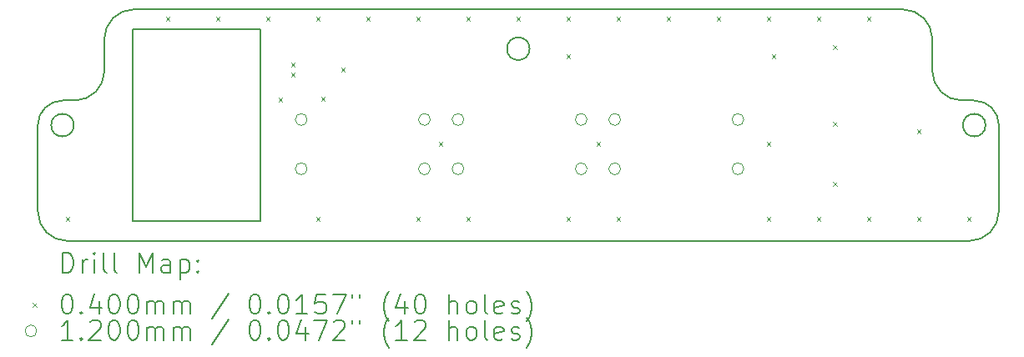
<source format=gbr>
%TF.GenerationSoftware,KiCad,Pcbnew,7.0.9*%
%TF.CreationDate,2024-01-11T16:53:43+09:00*%
%TF.ProjectId,IO_Board,494f5f42-6f61-4726-942e-6b696361645f,rev?*%
%TF.SameCoordinates,Original*%
%TF.FileFunction,Drillmap*%
%TF.FilePolarity,Positive*%
%FSLAX45Y45*%
G04 Gerber Fmt 4.5, Leading zero omitted, Abs format (unit mm)*
G04 Created by KiCad (PCBNEW 7.0.9) date 2024-01-11 16:53:43*
%MOMM*%
%LPD*%
G01*
G04 APERTURE LIST*
%ADD10C,0.200000*%
%ADD11C,0.100000*%
%ADD12C,0.120000*%
G04 APERTURE END LIST*
D10*
X19440000Y-8151000D02*
G75*
G03*
X19740000Y-8451000I300000J0D01*
G01*
X19865000Y-8451000D02*
X19740000Y-8451000D01*
X10365000Y-9576500D02*
G75*
G03*
X10665000Y-9876500I300000J0D01*
G01*
X12623800Y-7724500D02*
X11323800Y-7724500D01*
X10740000Y-8451000D02*
X10615000Y-8451000D01*
X19980000Y-8701000D02*
G75*
G03*
X19980000Y-8701000I-115000J0D01*
G01*
X11323800Y-7724500D02*
X11323800Y-9674500D01*
X20115000Y-9576500D02*
X20115000Y-8701000D01*
X15355000Y-7925500D02*
G75*
G03*
X15355000Y-7925500I-115000J0D01*
G01*
X10740000Y-8451000D02*
G75*
G03*
X11040000Y-8151000I0J300000D01*
G01*
X10365000Y-8701000D02*
X10365000Y-9576500D01*
X12623800Y-9674500D02*
X12623800Y-7724500D01*
X19815000Y-9876500D02*
G75*
G03*
X20115000Y-9576500I0J300000D01*
G01*
X11323800Y-9674500D02*
X12623800Y-9674500D01*
X10665000Y-9876500D02*
X19815000Y-9876500D01*
X19140000Y-7525500D02*
X11340000Y-7525500D01*
X20115000Y-8701000D02*
G75*
G03*
X19865000Y-8451000I-250000J0D01*
G01*
X19440000Y-8151000D02*
X19440000Y-7825500D01*
X10730000Y-8701000D02*
G75*
G03*
X10730000Y-8701000I-115000J0D01*
G01*
X10615000Y-8451000D02*
G75*
G03*
X10365000Y-8701000I0J-250000D01*
G01*
X11340000Y-7525500D02*
G75*
G03*
X11040000Y-7825500I0J-300000D01*
G01*
X19440000Y-7825500D02*
G75*
G03*
X19140000Y-7525500I-300000J0D01*
G01*
X11040000Y-7825500D02*
X11040000Y-8151000D01*
D11*
X10648000Y-9632000D02*
X10688000Y-9672000D01*
X10688000Y-9632000D02*
X10648000Y-9672000D01*
X11664000Y-7600000D02*
X11704000Y-7640000D01*
X11704000Y-7600000D02*
X11664000Y-7640000D01*
X12172000Y-7600000D02*
X12212000Y-7640000D01*
X12212000Y-7600000D02*
X12172000Y-7640000D01*
X12680000Y-7600000D02*
X12720000Y-7640000D01*
X12720000Y-7600000D02*
X12680000Y-7640000D01*
X12807000Y-8425500D02*
X12847000Y-8465500D01*
X12847000Y-8425500D02*
X12807000Y-8465500D01*
X12934000Y-8069900D02*
X12974000Y-8109900D01*
X12974000Y-8069900D02*
X12934000Y-8109900D01*
X12934000Y-8171500D02*
X12974000Y-8211500D01*
X12974000Y-8171500D02*
X12934000Y-8211500D01*
X13188000Y-7600000D02*
X13228000Y-7640000D01*
X13228000Y-7600000D02*
X13188000Y-7640000D01*
X13188000Y-9632000D02*
X13228000Y-9672000D01*
X13228000Y-9632000D02*
X13188000Y-9672000D01*
X13238800Y-8412800D02*
X13278800Y-8452800D01*
X13278800Y-8412800D02*
X13238800Y-8452800D01*
X13442000Y-8120700D02*
X13482000Y-8160700D01*
X13482000Y-8120700D02*
X13442000Y-8160700D01*
X13696000Y-7600000D02*
X13736000Y-7640000D01*
X13736000Y-7600000D02*
X13696000Y-7640000D01*
X14204000Y-7600000D02*
X14244000Y-7640000D01*
X14244000Y-7600000D02*
X14204000Y-7640000D01*
X14204000Y-9632000D02*
X14244000Y-9672000D01*
X14244000Y-9632000D02*
X14204000Y-9672000D01*
X14432600Y-8870000D02*
X14472600Y-8910000D01*
X14472600Y-8870000D02*
X14432600Y-8910000D01*
X14712000Y-7600000D02*
X14752000Y-7640000D01*
X14752000Y-7600000D02*
X14712000Y-7640000D01*
X14712000Y-9632000D02*
X14752000Y-9672000D01*
X14752000Y-9632000D02*
X14712000Y-9672000D01*
X15220000Y-7600000D02*
X15260000Y-7640000D01*
X15260000Y-7600000D02*
X15220000Y-7640000D01*
X15728000Y-7600000D02*
X15768000Y-7640000D01*
X15768000Y-7600000D02*
X15728000Y-7640000D01*
X15728000Y-7981000D02*
X15768000Y-8021000D01*
X15768000Y-7981000D02*
X15728000Y-8021000D01*
X15728000Y-9632000D02*
X15768000Y-9672000D01*
X15768000Y-9632000D02*
X15728000Y-9672000D01*
X16032800Y-8870000D02*
X16072800Y-8910000D01*
X16072800Y-8870000D02*
X16032800Y-8910000D01*
X16236000Y-7600000D02*
X16276000Y-7640000D01*
X16276000Y-7600000D02*
X16236000Y-7640000D01*
X16236000Y-9632000D02*
X16276000Y-9672000D01*
X16276000Y-9632000D02*
X16236000Y-9672000D01*
X16744000Y-7600000D02*
X16784000Y-7640000D01*
X16784000Y-7600000D02*
X16744000Y-7640000D01*
X17252000Y-7600000D02*
X17292000Y-7640000D01*
X17292000Y-7600000D02*
X17252000Y-7640000D01*
X17760000Y-7600000D02*
X17800000Y-7640000D01*
X17800000Y-7600000D02*
X17760000Y-7640000D01*
X17760000Y-8870000D02*
X17800000Y-8910000D01*
X17800000Y-8870000D02*
X17760000Y-8910000D01*
X17760000Y-9632000D02*
X17800000Y-9672000D01*
X17800000Y-9632000D02*
X17760000Y-9672000D01*
X17810800Y-7981000D02*
X17850800Y-8021000D01*
X17850800Y-7981000D02*
X17810800Y-8021000D01*
X18268000Y-7600000D02*
X18308000Y-7640000D01*
X18308000Y-7600000D02*
X18268000Y-7640000D01*
X18268000Y-9632000D02*
X18308000Y-9672000D01*
X18308000Y-9632000D02*
X18268000Y-9672000D01*
X18433100Y-7892100D02*
X18473100Y-7932100D01*
X18473100Y-7892100D02*
X18433100Y-7932100D01*
X18433100Y-8666800D02*
X18473100Y-8706800D01*
X18473100Y-8666800D02*
X18433100Y-8706800D01*
X18433100Y-9276400D02*
X18473100Y-9316400D01*
X18473100Y-9276400D02*
X18433100Y-9316400D01*
X18776000Y-7600000D02*
X18816000Y-7640000D01*
X18816000Y-7600000D02*
X18776000Y-7640000D01*
X18776000Y-9632000D02*
X18816000Y-9672000D01*
X18816000Y-9632000D02*
X18776000Y-9672000D01*
X19284000Y-8743000D02*
X19324000Y-8783000D01*
X19324000Y-8743000D02*
X19284000Y-8783000D01*
X19284000Y-9632000D02*
X19324000Y-9672000D01*
X19324000Y-9632000D02*
X19284000Y-9672000D01*
X19792000Y-9632000D02*
X19832000Y-9672000D01*
X19832000Y-9632000D02*
X19792000Y-9672000D01*
D12*
X13097500Y-8644000D02*
G75*
G03*
X13097500Y-8644000I-60000J0D01*
G01*
X13097500Y-9144000D02*
G75*
G03*
X13097500Y-9144000I-60000J0D01*
G01*
X14347500Y-8644000D02*
G75*
G03*
X14347500Y-8644000I-60000J0D01*
G01*
X14347500Y-9144000D02*
G75*
G03*
X14347500Y-9144000I-60000J0D01*
G01*
X14687700Y-8644000D02*
G75*
G03*
X14687700Y-8644000I-60000J0D01*
G01*
X14687700Y-9144000D02*
G75*
G03*
X14687700Y-9144000I-60000J0D01*
G01*
X15937700Y-8644000D02*
G75*
G03*
X15937700Y-8644000I-60000J0D01*
G01*
X15937700Y-9144000D02*
G75*
G03*
X15937700Y-9144000I-60000J0D01*
G01*
X16277900Y-8644000D02*
G75*
G03*
X16277900Y-8644000I-60000J0D01*
G01*
X16277900Y-9144000D02*
G75*
G03*
X16277900Y-9144000I-60000J0D01*
G01*
X17527900Y-8644000D02*
G75*
G03*
X17527900Y-8644000I-60000J0D01*
G01*
X17527900Y-9144000D02*
G75*
G03*
X17527900Y-9144000I-60000J0D01*
G01*
D10*
X10615777Y-10197984D02*
X10615777Y-9997984D01*
X10615777Y-9997984D02*
X10663396Y-9997984D01*
X10663396Y-9997984D02*
X10691967Y-10007508D01*
X10691967Y-10007508D02*
X10711015Y-10026555D01*
X10711015Y-10026555D02*
X10720539Y-10045603D01*
X10720539Y-10045603D02*
X10730063Y-10083698D01*
X10730063Y-10083698D02*
X10730063Y-10112269D01*
X10730063Y-10112269D02*
X10720539Y-10150365D01*
X10720539Y-10150365D02*
X10711015Y-10169412D01*
X10711015Y-10169412D02*
X10691967Y-10188460D01*
X10691967Y-10188460D02*
X10663396Y-10197984D01*
X10663396Y-10197984D02*
X10615777Y-10197984D01*
X10815777Y-10197984D02*
X10815777Y-10064650D01*
X10815777Y-10102746D02*
X10825301Y-10083698D01*
X10825301Y-10083698D02*
X10834824Y-10074174D01*
X10834824Y-10074174D02*
X10853872Y-10064650D01*
X10853872Y-10064650D02*
X10872920Y-10064650D01*
X10939586Y-10197984D02*
X10939586Y-10064650D01*
X10939586Y-9997984D02*
X10930063Y-10007508D01*
X10930063Y-10007508D02*
X10939586Y-10017031D01*
X10939586Y-10017031D02*
X10949110Y-10007508D01*
X10949110Y-10007508D02*
X10939586Y-9997984D01*
X10939586Y-9997984D02*
X10939586Y-10017031D01*
X11063396Y-10197984D02*
X11044348Y-10188460D01*
X11044348Y-10188460D02*
X11034824Y-10169412D01*
X11034824Y-10169412D02*
X11034824Y-9997984D01*
X11168158Y-10197984D02*
X11149110Y-10188460D01*
X11149110Y-10188460D02*
X11139586Y-10169412D01*
X11139586Y-10169412D02*
X11139586Y-9997984D01*
X11396729Y-10197984D02*
X11396729Y-9997984D01*
X11396729Y-9997984D02*
X11463396Y-10140841D01*
X11463396Y-10140841D02*
X11530062Y-9997984D01*
X11530062Y-9997984D02*
X11530062Y-10197984D01*
X11711015Y-10197984D02*
X11711015Y-10093222D01*
X11711015Y-10093222D02*
X11701491Y-10074174D01*
X11701491Y-10074174D02*
X11682443Y-10064650D01*
X11682443Y-10064650D02*
X11644348Y-10064650D01*
X11644348Y-10064650D02*
X11625301Y-10074174D01*
X11711015Y-10188460D02*
X11691967Y-10197984D01*
X11691967Y-10197984D02*
X11644348Y-10197984D01*
X11644348Y-10197984D02*
X11625301Y-10188460D01*
X11625301Y-10188460D02*
X11615777Y-10169412D01*
X11615777Y-10169412D02*
X11615777Y-10150365D01*
X11615777Y-10150365D02*
X11625301Y-10131317D01*
X11625301Y-10131317D02*
X11644348Y-10121793D01*
X11644348Y-10121793D02*
X11691967Y-10121793D01*
X11691967Y-10121793D02*
X11711015Y-10112269D01*
X11806253Y-10064650D02*
X11806253Y-10264650D01*
X11806253Y-10074174D02*
X11825301Y-10064650D01*
X11825301Y-10064650D02*
X11863396Y-10064650D01*
X11863396Y-10064650D02*
X11882443Y-10074174D01*
X11882443Y-10074174D02*
X11891967Y-10083698D01*
X11891967Y-10083698D02*
X11901491Y-10102746D01*
X11901491Y-10102746D02*
X11901491Y-10159888D01*
X11901491Y-10159888D02*
X11891967Y-10178936D01*
X11891967Y-10178936D02*
X11882443Y-10188460D01*
X11882443Y-10188460D02*
X11863396Y-10197984D01*
X11863396Y-10197984D02*
X11825301Y-10197984D01*
X11825301Y-10197984D02*
X11806253Y-10188460D01*
X11987205Y-10178936D02*
X11996729Y-10188460D01*
X11996729Y-10188460D02*
X11987205Y-10197984D01*
X11987205Y-10197984D02*
X11977682Y-10188460D01*
X11977682Y-10188460D02*
X11987205Y-10178936D01*
X11987205Y-10178936D02*
X11987205Y-10197984D01*
X11987205Y-10074174D02*
X11996729Y-10083698D01*
X11996729Y-10083698D02*
X11987205Y-10093222D01*
X11987205Y-10093222D02*
X11977682Y-10083698D01*
X11977682Y-10083698D02*
X11987205Y-10074174D01*
X11987205Y-10074174D02*
X11987205Y-10093222D01*
D11*
X10315000Y-10506500D02*
X10355000Y-10546500D01*
X10355000Y-10506500D02*
X10315000Y-10546500D01*
D10*
X10653872Y-10417984D02*
X10672920Y-10417984D01*
X10672920Y-10417984D02*
X10691967Y-10427508D01*
X10691967Y-10427508D02*
X10701491Y-10437031D01*
X10701491Y-10437031D02*
X10711015Y-10456079D01*
X10711015Y-10456079D02*
X10720539Y-10494174D01*
X10720539Y-10494174D02*
X10720539Y-10541793D01*
X10720539Y-10541793D02*
X10711015Y-10579888D01*
X10711015Y-10579888D02*
X10701491Y-10598936D01*
X10701491Y-10598936D02*
X10691967Y-10608460D01*
X10691967Y-10608460D02*
X10672920Y-10617984D01*
X10672920Y-10617984D02*
X10653872Y-10617984D01*
X10653872Y-10617984D02*
X10634824Y-10608460D01*
X10634824Y-10608460D02*
X10625301Y-10598936D01*
X10625301Y-10598936D02*
X10615777Y-10579888D01*
X10615777Y-10579888D02*
X10606253Y-10541793D01*
X10606253Y-10541793D02*
X10606253Y-10494174D01*
X10606253Y-10494174D02*
X10615777Y-10456079D01*
X10615777Y-10456079D02*
X10625301Y-10437031D01*
X10625301Y-10437031D02*
X10634824Y-10427508D01*
X10634824Y-10427508D02*
X10653872Y-10417984D01*
X10806253Y-10598936D02*
X10815777Y-10608460D01*
X10815777Y-10608460D02*
X10806253Y-10617984D01*
X10806253Y-10617984D02*
X10796729Y-10608460D01*
X10796729Y-10608460D02*
X10806253Y-10598936D01*
X10806253Y-10598936D02*
X10806253Y-10617984D01*
X10987205Y-10484650D02*
X10987205Y-10617984D01*
X10939586Y-10408460D02*
X10891967Y-10551317D01*
X10891967Y-10551317D02*
X11015777Y-10551317D01*
X11130063Y-10417984D02*
X11149110Y-10417984D01*
X11149110Y-10417984D02*
X11168158Y-10427508D01*
X11168158Y-10427508D02*
X11177682Y-10437031D01*
X11177682Y-10437031D02*
X11187205Y-10456079D01*
X11187205Y-10456079D02*
X11196729Y-10494174D01*
X11196729Y-10494174D02*
X11196729Y-10541793D01*
X11196729Y-10541793D02*
X11187205Y-10579888D01*
X11187205Y-10579888D02*
X11177682Y-10598936D01*
X11177682Y-10598936D02*
X11168158Y-10608460D01*
X11168158Y-10608460D02*
X11149110Y-10617984D01*
X11149110Y-10617984D02*
X11130063Y-10617984D01*
X11130063Y-10617984D02*
X11111015Y-10608460D01*
X11111015Y-10608460D02*
X11101491Y-10598936D01*
X11101491Y-10598936D02*
X11091967Y-10579888D01*
X11091967Y-10579888D02*
X11082444Y-10541793D01*
X11082444Y-10541793D02*
X11082444Y-10494174D01*
X11082444Y-10494174D02*
X11091967Y-10456079D01*
X11091967Y-10456079D02*
X11101491Y-10437031D01*
X11101491Y-10437031D02*
X11111015Y-10427508D01*
X11111015Y-10427508D02*
X11130063Y-10417984D01*
X11320539Y-10417984D02*
X11339586Y-10417984D01*
X11339586Y-10417984D02*
X11358634Y-10427508D01*
X11358634Y-10427508D02*
X11368158Y-10437031D01*
X11368158Y-10437031D02*
X11377682Y-10456079D01*
X11377682Y-10456079D02*
X11387205Y-10494174D01*
X11387205Y-10494174D02*
X11387205Y-10541793D01*
X11387205Y-10541793D02*
X11377682Y-10579888D01*
X11377682Y-10579888D02*
X11368158Y-10598936D01*
X11368158Y-10598936D02*
X11358634Y-10608460D01*
X11358634Y-10608460D02*
X11339586Y-10617984D01*
X11339586Y-10617984D02*
X11320539Y-10617984D01*
X11320539Y-10617984D02*
X11301491Y-10608460D01*
X11301491Y-10608460D02*
X11291967Y-10598936D01*
X11291967Y-10598936D02*
X11282443Y-10579888D01*
X11282443Y-10579888D02*
X11272920Y-10541793D01*
X11272920Y-10541793D02*
X11272920Y-10494174D01*
X11272920Y-10494174D02*
X11282443Y-10456079D01*
X11282443Y-10456079D02*
X11291967Y-10437031D01*
X11291967Y-10437031D02*
X11301491Y-10427508D01*
X11301491Y-10427508D02*
X11320539Y-10417984D01*
X11472920Y-10617984D02*
X11472920Y-10484650D01*
X11472920Y-10503698D02*
X11482443Y-10494174D01*
X11482443Y-10494174D02*
X11501491Y-10484650D01*
X11501491Y-10484650D02*
X11530063Y-10484650D01*
X11530063Y-10484650D02*
X11549110Y-10494174D01*
X11549110Y-10494174D02*
X11558634Y-10513222D01*
X11558634Y-10513222D02*
X11558634Y-10617984D01*
X11558634Y-10513222D02*
X11568158Y-10494174D01*
X11568158Y-10494174D02*
X11587205Y-10484650D01*
X11587205Y-10484650D02*
X11615777Y-10484650D01*
X11615777Y-10484650D02*
X11634824Y-10494174D01*
X11634824Y-10494174D02*
X11644348Y-10513222D01*
X11644348Y-10513222D02*
X11644348Y-10617984D01*
X11739586Y-10617984D02*
X11739586Y-10484650D01*
X11739586Y-10503698D02*
X11749110Y-10494174D01*
X11749110Y-10494174D02*
X11768158Y-10484650D01*
X11768158Y-10484650D02*
X11796729Y-10484650D01*
X11796729Y-10484650D02*
X11815777Y-10494174D01*
X11815777Y-10494174D02*
X11825301Y-10513222D01*
X11825301Y-10513222D02*
X11825301Y-10617984D01*
X11825301Y-10513222D02*
X11834824Y-10494174D01*
X11834824Y-10494174D02*
X11853872Y-10484650D01*
X11853872Y-10484650D02*
X11882443Y-10484650D01*
X11882443Y-10484650D02*
X11901491Y-10494174D01*
X11901491Y-10494174D02*
X11911015Y-10513222D01*
X11911015Y-10513222D02*
X11911015Y-10617984D01*
X12301491Y-10408460D02*
X12130063Y-10665603D01*
X12558634Y-10417984D02*
X12577682Y-10417984D01*
X12577682Y-10417984D02*
X12596729Y-10427508D01*
X12596729Y-10427508D02*
X12606253Y-10437031D01*
X12606253Y-10437031D02*
X12615777Y-10456079D01*
X12615777Y-10456079D02*
X12625301Y-10494174D01*
X12625301Y-10494174D02*
X12625301Y-10541793D01*
X12625301Y-10541793D02*
X12615777Y-10579888D01*
X12615777Y-10579888D02*
X12606253Y-10598936D01*
X12606253Y-10598936D02*
X12596729Y-10608460D01*
X12596729Y-10608460D02*
X12577682Y-10617984D01*
X12577682Y-10617984D02*
X12558634Y-10617984D01*
X12558634Y-10617984D02*
X12539586Y-10608460D01*
X12539586Y-10608460D02*
X12530063Y-10598936D01*
X12530063Y-10598936D02*
X12520539Y-10579888D01*
X12520539Y-10579888D02*
X12511015Y-10541793D01*
X12511015Y-10541793D02*
X12511015Y-10494174D01*
X12511015Y-10494174D02*
X12520539Y-10456079D01*
X12520539Y-10456079D02*
X12530063Y-10437031D01*
X12530063Y-10437031D02*
X12539586Y-10427508D01*
X12539586Y-10427508D02*
X12558634Y-10417984D01*
X12711015Y-10598936D02*
X12720539Y-10608460D01*
X12720539Y-10608460D02*
X12711015Y-10617984D01*
X12711015Y-10617984D02*
X12701491Y-10608460D01*
X12701491Y-10608460D02*
X12711015Y-10598936D01*
X12711015Y-10598936D02*
X12711015Y-10617984D01*
X12844348Y-10417984D02*
X12863396Y-10417984D01*
X12863396Y-10417984D02*
X12882444Y-10427508D01*
X12882444Y-10427508D02*
X12891967Y-10437031D01*
X12891967Y-10437031D02*
X12901491Y-10456079D01*
X12901491Y-10456079D02*
X12911015Y-10494174D01*
X12911015Y-10494174D02*
X12911015Y-10541793D01*
X12911015Y-10541793D02*
X12901491Y-10579888D01*
X12901491Y-10579888D02*
X12891967Y-10598936D01*
X12891967Y-10598936D02*
X12882444Y-10608460D01*
X12882444Y-10608460D02*
X12863396Y-10617984D01*
X12863396Y-10617984D02*
X12844348Y-10617984D01*
X12844348Y-10617984D02*
X12825301Y-10608460D01*
X12825301Y-10608460D02*
X12815777Y-10598936D01*
X12815777Y-10598936D02*
X12806253Y-10579888D01*
X12806253Y-10579888D02*
X12796729Y-10541793D01*
X12796729Y-10541793D02*
X12796729Y-10494174D01*
X12796729Y-10494174D02*
X12806253Y-10456079D01*
X12806253Y-10456079D02*
X12815777Y-10437031D01*
X12815777Y-10437031D02*
X12825301Y-10427508D01*
X12825301Y-10427508D02*
X12844348Y-10417984D01*
X13101491Y-10617984D02*
X12987206Y-10617984D01*
X13044348Y-10617984D02*
X13044348Y-10417984D01*
X13044348Y-10417984D02*
X13025301Y-10446555D01*
X13025301Y-10446555D02*
X13006253Y-10465603D01*
X13006253Y-10465603D02*
X12987206Y-10475127D01*
X13282444Y-10417984D02*
X13187206Y-10417984D01*
X13187206Y-10417984D02*
X13177682Y-10513222D01*
X13177682Y-10513222D02*
X13187206Y-10503698D01*
X13187206Y-10503698D02*
X13206253Y-10494174D01*
X13206253Y-10494174D02*
X13253872Y-10494174D01*
X13253872Y-10494174D02*
X13272920Y-10503698D01*
X13272920Y-10503698D02*
X13282444Y-10513222D01*
X13282444Y-10513222D02*
X13291967Y-10532269D01*
X13291967Y-10532269D02*
X13291967Y-10579888D01*
X13291967Y-10579888D02*
X13282444Y-10598936D01*
X13282444Y-10598936D02*
X13272920Y-10608460D01*
X13272920Y-10608460D02*
X13253872Y-10617984D01*
X13253872Y-10617984D02*
X13206253Y-10617984D01*
X13206253Y-10617984D02*
X13187206Y-10608460D01*
X13187206Y-10608460D02*
X13177682Y-10598936D01*
X13358634Y-10417984D02*
X13491967Y-10417984D01*
X13491967Y-10417984D02*
X13406253Y-10617984D01*
X13558634Y-10417984D02*
X13558634Y-10456079D01*
X13634825Y-10417984D02*
X13634825Y-10456079D01*
X13930063Y-10694174D02*
X13920539Y-10684650D01*
X13920539Y-10684650D02*
X13901491Y-10656079D01*
X13901491Y-10656079D02*
X13891968Y-10637031D01*
X13891968Y-10637031D02*
X13882444Y-10608460D01*
X13882444Y-10608460D02*
X13872920Y-10560841D01*
X13872920Y-10560841D02*
X13872920Y-10522746D01*
X13872920Y-10522746D02*
X13882444Y-10475127D01*
X13882444Y-10475127D02*
X13891968Y-10446555D01*
X13891968Y-10446555D02*
X13901491Y-10427508D01*
X13901491Y-10427508D02*
X13920539Y-10398936D01*
X13920539Y-10398936D02*
X13930063Y-10389412D01*
X14091968Y-10484650D02*
X14091968Y-10617984D01*
X14044348Y-10408460D02*
X13996729Y-10551317D01*
X13996729Y-10551317D02*
X14120539Y-10551317D01*
X14234825Y-10417984D02*
X14253872Y-10417984D01*
X14253872Y-10417984D02*
X14272920Y-10427508D01*
X14272920Y-10427508D02*
X14282444Y-10437031D01*
X14282444Y-10437031D02*
X14291968Y-10456079D01*
X14291968Y-10456079D02*
X14301491Y-10494174D01*
X14301491Y-10494174D02*
X14301491Y-10541793D01*
X14301491Y-10541793D02*
X14291968Y-10579888D01*
X14291968Y-10579888D02*
X14282444Y-10598936D01*
X14282444Y-10598936D02*
X14272920Y-10608460D01*
X14272920Y-10608460D02*
X14253872Y-10617984D01*
X14253872Y-10617984D02*
X14234825Y-10617984D01*
X14234825Y-10617984D02*
X14215777Y-10608460D01*
X14215777Y-10608460D02*
X14206253Y-10598936D01*
X14206253Y-10598936D02*
X14196729Y-10579888D01*
X14196729Y-10579888D02*
X14187206Y-10541793D01*
X14187206Y-10541793D02*
X14187206Y-10494174D01*
X14187206Y-10494174D02*
X14196729Y-10456079D01*
X14196729Y-10456079D02*
X14206253Y-10437031D01*
X14206253Y-10437031D02*
X14215777Y-10427508D01*
X14215777Y-10427508D02*
X14234825Y-10417984D01*
X14539587Y-10617984D02*
X14539587Y-10417984D01*
X14625301Y-10617984D02*
X14625301Y-10513222D01*
X14625301Y-10513222D02*
X14615777Y-10494174D01*
X14615777Y-10494174D02*
X14596730Y-10484650D01*
X14596730Y-10484650D02*
X14568158Y-10484650D01*
X14568158Y-10484650D02*
X14549110Y-10494174D01*
X14549110Y-10494174D02*
X14539587Y-10503698D01*
X14749110Y-10617984D02*
X14730063Y-10608460D01*
X14730063Y-10608460D02*
X14720539Y-10598936D01*
X14720539Y-10598936D02*
X14711015Y-10579888D01*
X14711015Y-10579888D02*
X14711015Y-10522746D01*
X14711015Y-10522746D02*
X14720539Y-10503698D01*
X14720539Y-10503698D02*
X14730063Y-10494174D01*
X14730063Y-10494174D02*
X14749110Y-10484650D01*
X14749110Y-10484650D02*
X14777682Y-10484650D01*
X14777682Y-10484650D02*
X14796730Y-10494174D01*
X14796730Y-10494174D02*
X14806253Y-10503698D01*
X14806253Y-10503698D02*
X14815777Y-10522746D01*
X14815777Y-10522746D02*
X14815777Y-10579888D01*
X14815777Y-10579888D02*
X14806253Y-10598936D01*
X14806253Y-10598936D02*
X14796730Y-10608460D01*
X14796730Y-10608460D02*
X14777682Y-10617984D01*
X14777682Y-10617984D02*
X14749110Y-10617984D01*
X14930063Y-10617984D02*
X14911015Y-10608460D01*
X14911015Y-10608460D02*
X14901491Y-10589412D01*
X14901491Y-10589412D02*
X14901491Y-10417984D01*
X15082444Y-10608460D02*
X15063396Y-10617984D01*
X15063396Y-10617984D02*
X15025301Y-10617984D01*
X15025301Y-10617984D02*
X15006253Y-10608460D01*
X15006253Y-10608460D02*
X14996730Y-10589412D01*
X14996730Y-10589412D02*
X14996730Y-10513222D01*
X14996730Y-10513222D02*
X15006253Y-10494174D01*
X15006253Y-10494174D02*
X15025301Y-10484650D01*
X15025301Y-10484650D02*
X15063396Y-10484650D01*
X15063396Y-10484650D02*
X15082444Y-10494174D01*
X15082444Y-10494174D02*
X15091968Y-10513222D01*
X15091968Y-10513222D02*
X15091968Y-10532269D01*
X15091968Y-10532269D02*
X14996730Y-10551317D01*
X15168158Y-10608460D02*
X15187206Y-10617984D01*
X15187206Y-10617984D02*
X15225301Y-10617984D01*
X15225301Y-10617984D02*
X15244349Y-10608460D01*
X15244349Y-10608460D02*
X15253872Y-10589412D01*
X15253872Y-10589412D02*
X15253872Y-10579888D01*
X15253872Y-10579888D02*
X15244349Y-10560841D01*
X15244349Y-10560841D02*
X15225301Y-10551317D01*
X15225301Y-10551317D02*
X15196730Y-10551317D01*
X15196730Y-10551317D02*
X15177682Y-10541793D01*
X15177682Y-10541793D02*
X15168158Y-10522746D01*
X15168158Y-10522746D02*
X15168158Y-10513222D01*
X15168158Y-10513222D02*
X15177682Y-10494174D01*
X15177682Y-10494174D02*
X15196730Y-10484650D01*
X15196730Y-10484650D02*
X15225301Y-10484650D01*
X15225301Y-10484650D02*
X15244349Y-10494174D01*
X15320539Y-10694174D02*
X15330063Y-10684650D01*
X15330063Y-10684650D02*
X15349111Y-10656079D01*
X15349111Y-10656079D02*
X15358634Y-10637031D01*
X15358634Y-10637031D02*
X15368158Y-10608460D01*
X15368158Y-10608460D02*
X15377682Y-10560841D01*
X15377682Y-10560841D02*
X15377682Y-10522746D01*
X15377682Y-10522746D02*
X15368158Y-10475127D01*
X15368158Y-10475127D02*
X15358634Y-10446555D01*
X15358634Y-10446555D02*
X15349111Y-10427508D01*
X15349111Y-10427508D02*
X15330063Y-10398936D01*
X15330063Y-10398936D02*
X15320539Y-10389412D01*
D12*
X10355000Y-10790500D02*
G75*
G03*
X10355000Y-10790500I-60000J0D01*
G01*
D10*
X10720539Y-10881984D02*
X10606253Y-10881984D01*
X10663396Y-10881984D02*
X10663396Y-10681984D01*
X10663396Y-10681984D02*
X10644348Y-10710555D01*
X10644348Y-10710555D02*
X10625301Y-10729603D01*
X10625301Y-10729603D02*
X10606253Y-10739127D01*
X10806253Y-10862936D02*
X10815777Y-10872460D01*
X10815777Y-10872460D02*
X10806253Y-10881984D01*
X10806253Y-10881984D02*
X10796729Y-10872460D01*
X10796729Y-10872460D02*
X10806253Y-10862936D01*
X10806253Y-10862936D02*
X10806253Y-10881984D01*
X10891967Y-10701031D02*
X10901491Y-10691508D01*
X10901491Y-10691508D02*
X10920539Y-10681984D01*
X10920539Y-10681984D02*
X10968158Y-10681984D01*
X10968158Y-10681984D02*
X10987205Y-10691508D01*
X10987205Y-10691508D02*
X10996729Y-10701031D01*
X10996729Y-10701031D02*
X11006253Y-10720079D01*
X11006253Y-10720079D02*
X11006253Y-10739127D01*
X11006253Y-10739127D02*
X10996729Y-10767698D01*
X10996729Y-10767698D02*
X10882444Y-10881984D01*
X10882444Y-10881984D02*
X11006253Y-10881984D01*
X11130063Y-10681984D02*
X11149110Y-10681984D01*
X11149110Y-10681984D02*
X11168158Y-10691508D01*
X11168158Y-10691508D02*
X11177682Y-10701031D01*
X11177682Y-10701031D02*
X11187205Y-10720079D01*
X11187205Y-10720079D02*
X11196729Y-10758174D01*
X11196729Y-10758174D02*
X11196729Y-10805793D01*
X11196729Y-10805793D02*
X11187205Y-10843888D01*
X11187205Y-10843888D02*
X11177682Y-10862936D01*
X11177682Y-10862936D02*
X11168158Y-10872460D01*
X11168158Y-10872460D02*
X11149110Y-10881984D01*
X11149110Y-10881984D02*
X11130063Y-10881984D01*
X11130063Y-10881984D02*
X11111015Y-10872460D01*
X11111015Y-10872460D02*
X11101491Y-10862936D01*
X11101491Y-10862936D02*
X11091967Y-10843888D01*
X11091967Y-10843888D02*
X11082444Y-10805793D01*
X11082444Y-10805793D02*
X11082444Y-10758174D01*
X11082444Y-10758174D02*
X11091967Y-10720079D01*
X11091967Y-10720079D02*
X11101491Y-10701031D01*
X11101491Y-10701031D02*
X11111015Y-10691508D01*
X11111015Y-10691508D02*
X11130063Y-10681984D01*
X11320539Y-10681984D02*
X11339586Y-10681984D01*
X11339586Y-10681984D02*
X11358634Y-10691508D01*
X11358634Y-10691508D02*
X11368158Y-10701031D01*
X11368158Y-10701031D02*
X11377682Y-10720079D01*
X11377682Y-10720079D02*
X11387205Y-10758174D01*
X11387205Y-10758174D02*
X11387205Y-10805793D01*
X11387205Y-10805793D02*
X11377682Y-10843888D01*
X11377682Y-10843888D02*
X11368158Y-10862936D01*
X11368158Y-10862936D02*
X11358634Y-10872460D01*
X11358634Y-10872460D02*
X11339586Y-10881984D01*
X11339586Y-10881984D02*
X11320539Y-10881984D01*
X11320539Y-10881984D02*
X11301491Y-10872460D01*
X11301491Y-10872460D02*
X11291967Y-10862936D01*
X11291967Y-10862936D02*
X11282443Y-10843888D01*
X11282443Y-10843888D02*
X11272920Y-10805793D01*
X11272920Y-10805793D02*
X11272920Y-10758174D01*
X11272920Y-10758174D02*
X11282443Y-10720079D01*
X11282443Y-10720079D02*
X11291967Y-10701031D01*
X11291967Y-10701031D02*
X11301491Y-10691508D01*
X11301491Y-10691508D02*
X11320539Y-10681984D01*
X11472920Y-10881984D02*
X11472920Y-10748650D01*
X11472920Y-10767698D02*
X11482443Y-10758174D01*
X11482443Y-10758174D02*
X11501491Y-10748650D01*
X11501491Y-10748650D02*
X11530063Y-10748650D01*
X11530063Y-10748650D02*
X11549110Y-10758174D01*
X11549110Y-10758174D02*
X11558634Y-10777222D01*
X11558634Y-10777222D02*
X11558634Y-10881984D01*
X11558634Y-10777222D02*
X11568158Y-10758174D01*
X11568158Y-10758174D02*
X11587205Y-10748650D01*
X11587205Y-10748650D02*
X11615777Y-10748650D01*
X11615777Y-10748650D02*
X11634824Y-10758174D01*
X11634824Y-10758174D02*
X11644348Y-10777222D01*
X11644348Y-10777222D02*
X11644348Y-10881984D01*
X11739586Y-10881984D02*
X11739586Y-10748650D01*
X11739586Y-10767698D02*
X11749110Y-10758174D01*
X11749110Y-10758174D02*
X11768158Y-10748650D01*
X11768158Y-10748650D02*
X11796729Y-10748650D01*
X11796729Y-10748650D02*
X11815777Y-10758174D01*
X11815777Y-10758174D02*
X11825301Y-10777222D01*
X11825301Y-10777222D02*
X11825301Y-10881984D01*
X11825301Y-10777222D02*
X11834824Y-10758174D01*
X11834824Y-10758174D02*
X11853872Y-10748650D01*
X11853872Y-10748650D02*
X11882443Y-10748650D01*
X11882443Y-10748650D02*
X11901491Y-10758174D01*
X11901491Y-10758174D02*
X11911015Y-10777222D01*
X11911015Y-10777222D02*
X11911015Y-10881984D01*
X12301491Y-10672460D02*
X12130063Y-10929603D01*
X12558634Y-10681984D02*
X12577682Y-10681984D01*
X12577682Y-10681984D02*
X12596729Y-10691508D01*
X12596729Y-10691508D02*
X12606253Y-10701031D01*
X12606253Y-10701031D02*
X12615777Y-10720079D01*
X12615777Y-10720079D02*
X12625301Y-10758174D01*
X12625301Y-10758174D02*
X12625301Y-10805793D01*
X12625301Y-10805793D02*
X12615777Y-10843888D01*
X12615777Y-10843888D02*
X12606253Y-10862936D01*
X12606253Y-10862936D02*
X12596729Y-10872460D01*
X12596729Y-10872460D02*
X12577682Y-10881984D01*
X12577682Y-10881984D02*
X12558634Y-10881984D01*
X12558634Y-10881984D02*
X12539586Y-10872460D01*
X12539586Y-10872460D02*
X12530063Y-10862936D01*
X12530063Y-10862936D02*
X12520539Y-10843888D01*
X12520539Y-10843888D02*
X12511015Y-10805793D01*
X12511015Y-10805793D02*
X12511015Y-10758174D01*
X12511015Y-10758174D02*
X12520539Y-10720079D01*
X12520539Y-10720079D02*
X12530063Y-10701031D01*
X12530063Y-10701031D02*
X12539586Y-10691508D01*
X12539586Y-10691508D02*
X12558634Y-10681984D01*
X12711015Y-10862936D02*
X12720539Y-10872460D01*
X12720539Y-10872460D02*
X12711015Y-10881984D01*
X12711015Y-10881984D02*
X12701491Y-10872460D01*
X12701491Y-10872460D02*
X12711015Y-10862936D01*
X12711015Y-10862936D02*
X12711015Y-10881984D01*
X12844348Y-10681984D02*
X12863396Y-10681984D01*
X12863396Y-10681984D02*
X12882444Y-10691508D01*
X12882444Y-10691508D02*
X12891967Y-10701031D01*
X12891967Y-10701031D02*
X12901491Y-10720079D01*
X12901491Y-10720079D02*
X12911015Y-10758174D01*
X12911015Y-10758174D02*
X12911015Y-10805793D01*
X12911015Y-10805793D02*
X12901491Y-10843888D01*
X12901491Y-10843888D02*
X12891967Y-10862936D01*
X12891967Y-10862936D02*
X12882444Y-10872460D01*
X12882444Y-10872460D02*
X12863396Y-10881984D01*
X12863396Y-10881984D02*
X12844348Y-10881984D01*
X12844348Y-10881984D02*
X12825301Y-10872460D01*
X12825301Y-10872460D02*
X12815777Y-10862936D01*
X12815777Y-10862936D02*
X12806253Y-10843888D01*
X12806253Y-10843888D02*
X12796729Y-10805793D01*
X12796729Y-10805793D02*
X12796729Y-10758174D01*
X12796729Y-10758174D02*
X12806253Y-10720079D01*
X12806253Y-10720079D02*
X12815777Y-10701031D01*
X12815777Y-10701031D02*
X12825301Y-10691508D01*
X12825301Y-10691508D02*
X12844348Y-10681984D01*
X13082444Y-10748650D02*
X13082444Y-10881984D01*
X13034825Y-10672460D02*
X12987206Y-10815317D01*
X12987206Y-10815317D02*
X13111015Y-10815317D01*
X13168158Y-10681984D02*
X13301491Y-10681984D01*
X13301491Y-10681984D02*
X13215777Y-10881984D01*
X13368158Y-10701031D02*
X13377682Y-10691508D01*
X13377682Y-10691508D02*
X13396729Y-10681984D01*
X13396729Y-10681984D02*
X13444348Y-10681984D01*
X13444348Y-10681984D02*
X13463396Y-10691508D01*
X13463396Y-10691508D02*
X13472920Y-10701031D01*
X13472920Y-10701031D02*
X13482444Y-10720079D01*
X13482444Y-10720079D02*
X13482444Y-10739127D01*
X13482444Y-10739127D02*
X13472920Y-10767698D01*
X13472920Y-10767698D02*
X13358634Y-10881984D01*
X13358634Y-10881984D02*
X13482444Y-10881984D01*
X13558634Y-10681984D02*
X13558634Y-10720079D01*
X13634825Y-10681984D02*
X13634825Y-10720079D01*
X13930063Y-10958174D02*
X13920539Y-10948650D01*
X13920539Y-10948650D02*
X13901491Y-10920079D01*
X13901491Y-10920079D02*
X13891968Y-10901031D01*
X13891968Y-10901031D02*
X13882444Y-10872460D01*
X13882444Y-10872460D02*
X13872920Y-10824841D01*
X13872920Y-10824841D02*
X13872920Y-10786746D01*
X13872920Y-10786746D02*
X13882444Y-10739127D01*
X13882444Y-10739127D02*
X13891968Y-10710555D01*
X13891968Y-10710555D02*
X13901491Y-10691508D01*
X13901491Y-10691508D02*
X13920539Y-10662936D01*
X13920539Y-10662936D02*
X13930063Y-10653412D01*
X14111015Y-10881984D02*
X13996729Y-10881984D01*
X14053872Y-10881984D02*
X14053872Y-10681984D01*
X14053872Y-10681984D02*
X14034825Y-10710555D01*
X14034825Y-10710555D02*
X14015777Y-10729603D01*
X14015777Y-10729603D02*
X13996729Y-10739127D01*
X14187206Y-10701031D02*
X14196729Y-10691508D01*
X14196729Y-10691508D02*
X14215777Y-10681984D01*
X14215777Y-10681984D02*
X14263396Y-10681984D01*
X14263396Y-10681984D02*
X14282444Y-10691508D01*
X14282444Y-10691508D02*
X14291968Y-10701031D01*
X14291968Y-10701031D02*
X14301491Y-10720079D01*
X14301491Y-10720079D02*
X14301491Y-10739127D01*
X14301491Y-10739127D02*
X14291968Y-10767698D01*
X14291968Y-10767698D02*
X14177682Y-10881984D01*
X14177682Y-10881984D02*
X14301491Y-10881984D01*
X14539587Y-10881984D02*
X14539587Y-10681984D01*
X14625301Y-10881984D02*
X14625301Y-10777222D01*
X14625301Y-10777222D02*
X14615777Y-10758174D01*
X14615777Y-10758174D02*
X14596730Y-10748650D01*
X14596730Y-10748650D02*
X14568158Y-10748650D01*
X14568158Y-10748650D02*
X14549110Y-10758174D01*
X14549110Y-10758174D02*
X14539587Y-10767698D01*
X14749110Y-10881984D02*
X14730063Y-10872460D01*
X14730063Y-10872460D02*
X14720539Y-10862936D01*
X14720539Y-10862936D02*
X14711015Y-10843888D01*
X14711015Y-10843888D02*
X14711015Y-10786746D01*
X14711015Y-10786746D02*
X14720539Y-10767698D01*
X14720539Y-10767698D02*
X14730063Y-10758174D01*
X14730063Y-10758174D02*
X14749110Y-10748650D01*
X14749110Y-10748650D02*
X14777682Y-10748650D01*
X14777682Y-10748650D02*
X14796730Y-10758174D01*
X14796730Y-10758174D02*
X14806253Y-10767698D01*
X14806253Y-10767698D02*
X14815777Y-10786746D01*
X14815777Y-10786746D02*
X14815777Y-10843888D01*
X14815777Y-10843888D02*
X14806253Y-10862936D01*
X14806253Y-10862936D02*
X14796730Y-10872460D01*
X14796730Y-10872460D02*
X14777682Y-10881984D01*
X14777682Y-10881984D02*
X14749110Y-10881984D01*
X14930063Y-10881984D02*
X14911015Y-10872460D01*
X14911015Y-10872460D02*
X14901491Y-10853412D01*
X14901491Y-10853412D02*
X14901491Y-10681984D01*
X15082444Y-10872460D02*
X15063396Y-10881984D01*
X15063396Y-10881984D02*
X15025301Y-10881984D01*
X15025301Y-10881984D02*
X15006253Y-10872460D01*
X15006253Y-10872460D02*
X14996730Y-10853412D01*
X14996730Y-10853412D02*
X14996730Y-10777222D01*
X14996730Y-10777222D02*
X15006253Y-10758174D01*
X15006253Y-10758174D02*
X15025301Y-10748650D01*
X15025301Y-10748650D02*
X15063396Y-10748650D01*
X15063396Y-10748650D02*
X15082444Y-10758174D01*
X15082444Y-10758174D02*
X15091968Y-10777222D01*
X15091968Y-10777222D02*
X15091968Y-10796269D01*
X15091968Y-10796269D02*
X14996730Y-10815317D01*
X15168158Y-10872460D02*
X15187206Y-10881984D01*
X15187206Y-10881984D02*
X15225301Y-10881984D01*
X15225301Y-10881984D02*
X15244349Y-10872460D01*
X15244349Y-10872460D02*
X15253872Y-10853412D01*
X15253872Y-10853412D02*
X15253872Y-10843888D01*
X15253872Y-10843888D02*
X15244349Y-10824841D01*
X15244349Y-10824841D02*
X15225301Y-10815317D01*
X15225301Y-10815317D02*
X15196730Y-10815317D01*
X15196730Y-10815317D02*
X15177682Y-10805793D01*
X15177682Y-10805793D02*
X15168158Y-10786746D01*
X15168158Y-10786746D02*
X15168158Y-10777222D01*
X15168158Y-10777222D02*
X15177682Y-10758174D01*
X15177682Y-10758174D02*
X15196730Y-10748650D01*
X15196730Y-10748650D02*
X15225301Y-10748650D01*
X15225301Y-10748650D02*
X15244349Y-10758174D01*
X15320539Y-10958174D02*
X15330063Y-10948650D01*
X15330063Y-10948650D02*
X15349111Y-10920079D01*
X15349111Y-10920079D02*
X15358634Y-10901031D01*
X15358634Y-10901031D02*
X15368158Y-10872460D01*
X15368158Y-10872460D02*
X15377682Y-10824841D01*
X15377682Y-10824841D02*
X15377682Y-10786746D01*
X15377682Y-10786746D02*
X15368158Y-10739127D01*
X15368158Y-10739127D02*
X15358634Y-10710555D01*
X15358634Y-10710555D02*
X15349111Y-10691508D01*
X15349111Y-10691508D02*
X15330063Y-10662936D01*
X15330063Y-10662936D02*
X15320539Y-10653412D01*
M02*

</source>
